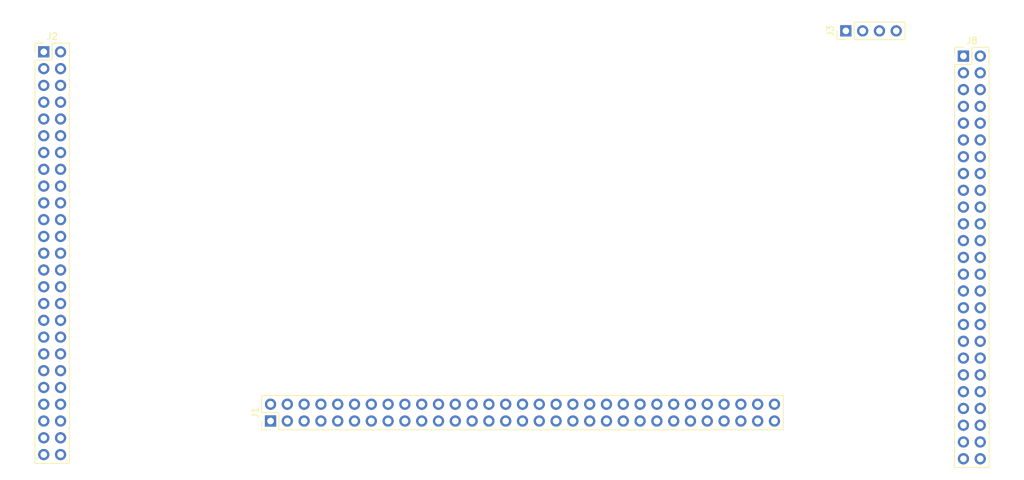
<source format=kicad_pcb>
(kicad_pcb (version 20171130) (host pcbnew 5.1.10-88a1d61d58~90~ubuntu20.04.1)

  (general
    (thickness 1.6)
    (drawings 0)
    (tracks 0)
    (zones 0)
    (modules 4)
    (nets 61)
  )

  (page A4)
  (layers
    (0 F.Cu signal)
    (31 B.Cu signal)
    (32 B.Adhes user)
    (33 F.Adhes user)
    (34 B.Paste user)
    (35 F.Paste user)
    (36 B.SilkS user)
    (37 F.SilkS user)
    (38 B.Mask user)
    (39 F.Mask user)
    (40 Dwgs.User user)
    (41 Cmts.User user)
    (42 Eco1.User user)
    (43 Eco2.User user)
    (44 Edge.Cuts user)
    (45 Margin user)
    (46 B.CrtYd user)
    (47 F.CrtYd user)
    (48 B.Fab user)
    (49 F.Fab user)
  )

  (setup
    (last_trace_width 0.25)
    (trace_clearance 0.2)
    (zone_clearance 0.508)
    (zone_45_only no)
    (trace_min 0.2)
    (via_size 0.8)
    (via_drill 0.4)
    (via_min_size 0.4)
    (via_min_drill 0.3)
    (uvia_size 0.3)
    (uvia_drill 0.1)
    (uvias_allowed no)
    (uvia_min_size 0.2)
    (uvia_min_drill 0.1)
    (edge_width 0.05)
    (segment_width 0.2)
    (pcb_text_width 0.3)
    (pcb_text_size 1.5 1.5)
    (mod_edge_width 0.12)
    (mod_text_size 1 1)
    (mod_text_width 0.15)
    (pad_size 1.524 1.524)
    (pad_drill 0.762)
    (pad_to_mask_clearance 0.051)
    (solder_mask_min_width 0.25)
    (aux_axis_origin 0 0)
    (visible_elements 7FFFFFFF)
    (pcbplotparams
      (layerselection 0x010fc_ffffffff)
      (usegerberextensions false)
      (usegerberattributes false)
      (usegerberadvancedattributes false)
      (creategerberjobfile false)
      (excludeedgelayer true)
      (linewidth 0.100000)
      (plotframeref false)
      (viasonmask false)
      (mode 1)
      (useauxorigin false)
      (hpglpennumber 1)
      (hpglpenspeed 20)
      (hpglpendiameter 15.000000)
      (psnegative false)
      (psa4output false)
      (plotreference true)
      (plotvalue true)
      (plotinvisibletext false)
      (padsonsilk false)
      (subtractmaskfromsilk false)
      (outputformat 1)
      (mirror false)
      (drillshape 1)
      (scaleselection 1)
      (outputdirectory ""))
  )

  (net 0 "")
  (net 1 "Net-(J1-Pad62)")
  (net 2 "Net-(J1-Pad61)")
  (net 3 "Net-(J1-Pad60)")
  (net 4 "Net-(J1-Pad59)")
  (net 5 "Net-(J1-Pad58)")
  (net 6 "Net-(J1-Pad57)")
  (net 7 "Net-(J1-Pad56)")
  (net 8 "Net-(J1-Pad55)")
  (net 9 "Net-(J1-Pad54)")
  (net 10 "Net-(J1-Pad53)")
  (net 11 "Net-(J1-Pad52)")
  (net 12 "Net-(J1-Pad51)")
  (net 13 "Net-(J1-Pad50)")
  (net 14 "Net-(J1-Pad49)")
  (net 15 "Net-(J1-Pad48)")
  (net 16 "Net-(J1-Pad47)")
  (net 17 "Net-(J1-Pad46)")
  (net 18 "Net-(J1-Pad45)")
  (net 19 "Net-(J1-Pad44)")
  (net 20 "Net-(J1-Pad43)")
  (net 21 "Net-(J1-Pad42)")
  (net 22 "Net-(J1-Pad41)")
  (net 23 "Net-(J1-Pad40)")
  (net 24 "Net-(J1-Pad39)")
  (net 25 "Net-(J1-Pad38)")
  (net 26 "Net-(J1-Pad37)")
  (net 27 "Net-(J1-Pad36)")
  (net 28 "Net-(J1-Pad35)")
  (net 29 "Net-(J1-Pad34)")
  (net 30 "Net-(J1-Pad33)")
  (net 31 "Net-(J1-Pad32)")
  (net 32 GND)
  (net 33 "Net-(J1-Pad30)")
  (net 34 +5V)
  (net 35 "Net-(J1-Pad28)")
  (net 36 "Net-(J1-Pad27)")
  (net 37 "Net-(J1-Pad26)")
  (net 38 "Net-(J1-Pad25)")
  (net 39 "Net-(J1-Pad24)")
  (net 40 "Net-(J1-Pad23)")
  (net 41 "Net-(J1-Pad22)")
  (net 42 "Net-(J1-Pad21)")
  (net 43 "Net-(J1-Pad20)")
  (net 44 "Net-(J1-Pad19)")
  (net 45 "Net-(J1-Pad18)")
  (net 46 "Net-(J1-Pad17)")
  (net 47 "Net-(J1-Pad16)")
  (net 48 "Net-(J1-Pad15)")
  (net 49 "Net-(J1-Pad14)")
  (net 50 "Net-(J1-Pad13)")
  (net 51 "Net-(J1-Pad12)")
  (net 52 "Net-(J1-Pad11)")
  (net 53 +12V)
  (net 54 "Net-(J1-Pad8)")
  (net 55 -12V)
  (net 56 "Net-(J1-Pad6)")
  (net 57 -5V)
  (net 58 "Net-(J1-Pad4)")
  (net 59 "Net-(J1-Pad2)")
  (net 60 "Net-(J2-Pad1)")

  (net_class Default "This is the default net class."
    (clearance 0.2)
    (trace_width 0.25)
    (via_dia 0.8)
    (via_drill 0.4)
    (uvia_dia 0.3)
    (uvia_drill 0.1)
    (add_net +12V)
    (add_net +5V)
    (add_net -12V)
    (add_net -5V)
    (add_net GND)
    (add_net "Net-(J1-Pad11)")
    (add_net "Net-(J1-Pad12)")
    (add_net "Net-(J1-Pad13)")
    (add_net "Net-(J1-Pad14)")
    (add_net "Net-(J1-Pad15)")
    (add_net "Net-(J1-Pad16)")
    (add_net "Net-(J1-Pad17)")
    (add_net "Net-(J1-Pad18)")
    (add_net "Net-(J1-Pad19)")
    (add_net "Net-(J1-Pad2)")
    (add_net "Net-(J1-Pad20)")
    (add_net "Net-(J1-Pad21)")
    (add_net "Net-(J1-Pad22)")
    (add_net "Net-(J1-Pad23)")
    (add_net "Net-(J1-Pad24)")
    (add_net "Net-(J1-Pad25)")
    (add_net "Net-(J1-Pad26)")
    (add_net "Net-(J1-Pad27)")
    (add_net "Net-(J1-Pad28)")
    (add_net "Net-(J1-Pad30)")
    (add_net "Net-(J1-Pad32)")
    (add_net "Net-(J1-Pad33)")
    (add_net "Net-(J1-Pad34)")
    (add_net "Net-(J1-Pad35)")
    (add_net "Net-(J1-Pad36)")
    (add_net "Net-(J1-Pad37)")
    (add_net "Net-(J1-Pad38)")
    (add_net "Net-(J1-Pad39)")
    (add_net "Net-(J1-Pad4)")
    (add_net "Net-(J1-Pad40)")
    (add_net "Net-(J1-Pad41)")
    (add_net "Net-(J1-Pad42)")
    (add_net "Net-(J1-Pad43)")
    (add_net "Net-(J1-Pad44)")
    (add_net "Net-(J1-Pad45)")
    (add_net "Net-(J1-Pad46)")
    (add_net "Net-(J1-Pad47)")
    (add_net "Net-(J1-Pad48)")
    (add_net "Net-(J1-Pad49)")
    (add_net "Net-(J1-Pad50)")
    (add_net "Net-(J1-Pad51)")
    (add_net "Net-(J1-Pad52)")
    (add_net "Net-(J1-Pad53)")
    (add_net "Net-(J1-Pad54)")
    (add_net "Net-(J1-Pad55)")
    (add_net "Net-(J1-Pad56)")
    (add_net "Net-(J1-Pad57)")
    (add_net "Net-(J1-Pad58)")
    (add_net "Net-(J1-Pad59)")
    (add_net "Net-(J1-Pad6)")
    (add_net "Net-(J1-Pad60)")
    (add_net "Net-(J1-Pad61)")
    (add_net "Net-(J1-Pad62)")
    (add_net "Net-(J1-Pad8)")
    (add_net "Net-(J2-Pad1)")
  )

  (module Connector_PinHeader_2.54mm:PinHeader_1x04_P2.54mm_Vertical (layer F.Cu) (tedit 59FED5CC) (tstamp 6120F1BD)
    (at 222.885 71.755 90)
    (descr "Through hole straight pin header, 1x04, 2.54mm pitch, single row")
    (tags "Through hole pin header THT 1x04 2.54mm single row")
    (path /61219C3F)
    (fp_text reference J3 (at 0 -2.33 90) (layer F.SilkS)
      (effects (font (size 1 1) (thickness 0.15)))
    )
    (fp_text value Conn_01x04 (at 0 9.95 90) (layer F.Fab)
      (effects (font (size 1 1) (thickness 0.15)))
    )
    (fp_line (start -0.635 -1.27) (end 1.27 -1.27) (layer F.Fab) (width 0.1))
    (fp_line (start 1.27 -1.27) (end 1.27 8.89) (layer F.Fab) (width 0.1))
    (fp_line (start 1.27 8.89) (end -1.27 8.89) (layer F.Fab) (width 0.1))
    (fp_line (start -1.27 8.89) (end -1.27 -0.635) (layer F.Fab) (width 0.1))
    (fp_line (start -1.27 -0.635) (end -0.635 -1.27) (layer F.Fab) (width 0.1))
    (fp_line (start -1.33 8.95) (end 1.33 8.95) (layer F.SilkS) (width 0.12))
    (fp_line (start -1.33 1.27) (end -1.33 8.95) (layer F.SilkS) (width 0.12))
    (fp_line (start 1.33 1.27) (end 1.33 8.95) (layer F.SilkS) (width 0.12))
    (fp_line (start -1.33 1.27) (end 1.33 1.27) (layer F.SilkS) (width 0.12))
    (fp_line (start -1.33 0) (end -1.33 -1.33) (layer F.SilkS) (width 0.12))
    (fp_line (start -1.33 -1.33) (end 0 -1.33) (layer F.SilkS) (width 0.12))
    (fp_line (start -1.8 -1.8) (end -1.8 9.4) (layer F.CrtYd) (width 0.05))
    (fp_line (start -1.8 9.4) (end 1.8 9.4) (layer F.CrtYd) (width 0.05))
    (fp_line (start 1.8 9.4) (end 1.8 -1.8) (layer F.CrtYd) (width 0.05))
    (fp_line (start 1.8 -1.8) (end -1.8 -1.8) (layer F.CrtYd) (width 0.05))
    (fp_text user %R (at 0 3.81) (layer F.Fab)
      (effects (font (size 1 1) (thickness 0.15)))
    )
    (pad 4 thru_hole oval (at 0 7.62 90) (size 1.7 1.7) (drill 1) (layers *.Cu *.Mask)
      (net 57 -5V))
    (pad 3 thru_hole oval (at 0 5.08 90) (size 1.7 1.7) (drill 1) (layers *.Cu *.Mask)
      (net 34 +5V))
    (pad 2 thru_hole oval (at 0 2.54 90) (size 1.7 1.7) (drill 1) (layers *.Cu *.Mask)
      (net 55 -12V))
    (pad 1 thru_hole rect (at 0 0 90) (size 1.7 1.7) (drill 1) (layers *.Cu *.Mask)
      (net 53 +12V))
    (model ${KISYS3DMOD}/Connector_PinHeader_2.54mm.3dshapes/PinHeader_1x04_P2.54mm_Vertical.wrl
      (at (xyz 0 0 0))
      (scale (xyz 1 1 1))
      (rotate (xyz 0 0 0))
    )
  )

  (module Connector_PinHeader_2.54mm:PinHeader_2x25_P2.54mm_Vertical (layer F.Cu) (tedit 59FED5CC) (tstamp 6120E936)
    (at 240.665 75.565)
    (descr "Through hole straight pin header, 2x25, 2.54mm pitch, double rows")
    (tags "Through hole pin header THT 2x25 2.54mm double row")
    (path /60FF706E)
    (fp_text reference J8 (at 1.27 -2.33) (layer F.SilkS)
      (effects (font (size 1 1) (thickness 0.15)))
    )
    (fp_text value Conn_2Rows-49Pins (at 1.27 63.29) (layer F.Fab)
      (effects (font (size 1 1) (thickness 0.15)))
    )
    (fp_line (start 0 -1.27) (end 3.81 -1.27) (layer F.Fab) (width 0.1))
    (fp_line (start 3.81 -1.27) (end 3.81 62.23) (layer F.Fab) (width 0.1))
    (fp_line (start 3.81 62.23) (end -1.27 62.23) (layer F.Fab) (width 0.1))
    (fp_line (start -1.27 62.23) (end -1.27 0) (layer F.Fab) (width 0.1))
    (fp_line (start -1.27 0) (end 0 -1.27) (layer F.Fab) (width 0.1))
    (fp_line (start -1.33 62.29) (end 3.87 62.29) (layer F.SilkS) (width 0.12))
    (fp_line (start -1.33 1.27) (end -1.33 62.29) (layer F.SilkS) (width 0.12))
    (fp_line (start 3.87 -1.33) (end 3.87 62.29) (layer F.SilkS) (width 0.12))
    (fp_line (start -1.33 1.27) (end 1.27 1.27) (layer F.SilkS) (width 0.12))
    (fp_line (start 1.27 1.27) (end 1.27 -1.33) (layer F.SilkS) (width 0.12))
    (fp_line (start 1.27 -1.33) (end 3.87 -1.33) (layer F.SilkS) (width 0.12))
    (fp_line (start -1.33 0) (end -1.33 -1.33) (layer F.SilkS) (width 0.12))
    (fp_line (start -1.33 -1.33) (end 0 -1.33) (layer F.SilkS) (width 0.12))
    (fp_line (start -1.8 -1.8) (end -1.8 62.75) (layer F.CrtYd) (width 0.05))
    (fp_line (start -1.8 62.75) (end 4.35 62.75) (layer F.CrtYd) (width 0.05))
    (fp_line (start 4.35 62.75) (end 4.35 -1.8) (layer F.CrtYd) (width 0.05))
    (fp_line (start 4.35 -1.8) (end -1.8 -1.8) (layer F.CrtYd) (width 0.05))
    (fp_text user %R (at 1.27 30.48 90) (layer F.Fab)
      (effects (font (size 1 1) (thickness 0.15)))
    )
    (pad 50 thru_hole oval (at 2.54 60.96) (size 1.7 1.7) (drill 1) (layers *.Cu *.Mask)
      (net 4 "Net-(J1-Pad59)"))
    (pad 49 thru_hole oval (at 0 60.96) (size 1.7 1.7) (drill 1) (layers *.Cu *.Mask)
      (net 3 "Net-(J1-Pad60)"))
    (pad 48 thru_hole oval (at 2.54 58.42) (size 1.7 1.7) (drill 1) (layers *.Cu *.Mask)
      (net 5 "Net-(J1-Pad58)"))
    (pad 47 thru_hole oval (at 0 58.42) (size 1.7 1.7) (drill 1) (layers *.Cu *.Mask)
      (net 32 GND))
    (pad 46 thru_hole oval (at 2.54 55.88) (size 1.7 1.7) (drill 1) (layers *.Cu *.Mask)
      (net 6 "Net-(J1-Pad57)"))
    (pad 45 thru_hole oval (at 0 55.88) (size 1.7 1.7) (drill 1) (layers *.Cu *.Mask)
      (net 2 "Net-(J1-Pad61)"))
    (pad 44 thru_hole oval (at 2.54 53.34) (size 1.7 1.7) (drill 1) (layers *.Cu *.Mask)
      (net 7 "Net-(J1-Pad56)"))
    (pad 43 thru_hole oval (at 0 53.34) (size 1.7 1.7) (drill 1) (layers *.Cu *.Mask)
      (net 32 GND))
    (pad 42 thru_hole oval (at 2.54 50.8) (size 1.7 1.7) (drill 1) (layers *.Cu *.Mask)
      (net 8 "Net-(J1-Pad55)"))
    (pad 41 thru_hole oval (at 0 50.8) (size 1.7 1.7) (drill 1) (layers *.Cu *.Mask)
      (net 1 "Net-(J1-Pad62)"))
    (pad 40 thru_hole oval (at 2.54 48.26) (size 1.7 1.7) (drill 1) (layers *.Cu *.Mask)
      (net 9 "Net-(J1-Pad54)"))
    (pad 39 thru_hole oval (at 0 48.26) (size 1.7 1.7) (drill 1) (layers *.Cu *.Mask)
      (net 32 GND))
    (pad 38 thru_hole oval (at 2.54 45.72) (size 1.7 1.7) (drill 1) (layers *.Cu *.Mask)
      (net 10 "Net-(J1-Pad53)"))
    (pad 37 thru_hole oval (at 0 45.72) (size 1.7 1.7) (drill 1) (layers *.Cu *.Mask)
      (net 32 GND))
    (pad 36 thru_hole oval (at 2.54 43.18) (size 1.7 1.7) (drill 1) (layers *.Cu *.Mask)
      (net 11 "Net-(J1-Pad52)"))
    (pad 35 thru_hole oval (at 0 43.18) (size 1.7 1.7) (drill 1) (layers *.Cu *.Mask)
      (net 32 GND))
    (pad 34 thru_hole oval (at 2.54 40.64) (size 1.7 1.7) (drill 1) (layers *.Cu *.Mask)
      (net 12 "Net-(J1-Pad51)"))
    (pad 33 thru_hole oval (at 0 40.64) (size 1.7 1.7) (drill 1) (layers *.Cu *.Mask)
      (net 32 GND))
    (pad 32 thru_hole oval (at 2.54 38.1) (size 1.7 1.7) (drill 1) (layers *.Cu *.Mask)
      (net 13 "Net-(J1-Pad50)"))
    (pad 31 thru_hole oval (at 0 38.1) (size 1.7 1.7) (drill 1) (layers *.Cu *.Mask)
      (net 32 GND))
    (pad 30 thru_hole oval (at 2.54 35.56) (size 1.7 1.7) (drill 1) (layers *.Cu *.Mask)
      (net 14 "Net-(J1-Pad49)"))
    (pad 29 thru_hole oval (at 0 35.56) (size 1.7 1.7) (drill 1) (layers *.Cu *.Mask)
      (net 32 GND))
    (pad 28 thru_hole oval (at 2.54 33.02) (size 1.7 1.7) (drill 1) (layers *.Cu *.Mask)
      (net 15 "Net-(J1-Pad48)"))
    (pad 27 thru_hole oval (at 0 33.02) (size 1.7 1.7) (drill 1) (layers *.Cu *.Mask)
      (net 32 GND))
    (pad 26 thru_hole oval (at 2.54 30.48) (size 1.7 1.7) (drill 1) (layers *.Cu *.Mask)
      (net 16 "Net-(J1-Pad47)"))
    (pad 25 thru_hole oval (at 0 30.48) (size 1.7 1.7) (drill 1) (layers *.Cu *.Mask)
      (net 32 GND))
    (pad 24 thru_hole oval (at 2.54 27.94) (size 1.7 1.7) (drill 1) (layers *.Cu *.Mask)
      (net 17 "Net-(J1-Pad46)"))
    (pad 23 thru_hole oval (at 0 27.94) (size 1.7 1.7) (drill 1) (layers *.Cu *.Mask)
      (net 32 GND))
    (pad 22 thru_hole oval (at 2.54 25.4) (size 1.7 1.7) (drill 1) (layers *.Cu *.Mask)
      (net 18 "Net-(J1-Pad45)"))
    (pad 21 thru_hole oval (at 0 25.4) (size 1.7 1.7) (drill 1) (layers *.Cu *.Mask)
      (net 32 GND))
    (pad 20 thru_hole oval (at 2.54 22.86) (size 1.7 1.7) (drill 1) (layers *.Cu *.Mask)
      (net 19 "Net-(J1-Pad44)"))
    (pad 19 thru_hole oval (at 0 22.86) (size 1.7 1.7) (drill 1) (layers *.Cu *.Mask)
      (net 32 GND))
    (pad 18 thru_hole oval (at 2.54 20.32) (size 1.7 1.7) (drill 1) (layers *.Cu *.Mask)
      (net 20 "Net-(J1-Pad43)"))
    (pad 17 thru_hole oval (at 0 20.32) (size 1.7 1.7) (drill 1) (layers *.Cu *.Mask)
      (net 32 GND))
    (pad 16 thru_hole oval (at 2.54 17.78) (size 1.7 1.7) (drill 1) (layers *.Cu *.Mask)
      (net 23 "Net-(J1-Pad40)"))
    (pad 15 thru_hole oval (at 0 17.78) (size 1.7 1.7) (drill 1) (layers *.Cu *.Mask)
      (net 32 GND))
    (pad 14 thru_hole oval (at 2.54 15.24) (size 1.7 1.7) (drill 1) (layers *.Cu *.Mask)
      (net 24 "Net-(J1-Pad39)"))
    (pad 13 thru_hole oval (at 0 15.24) (size 1.7 1.7) (drill 1) (layers *.Cu *.Mask)
      (net 32 GND))
    (pad 12 thru_hole oval (at 2.54 12.7) (size 1.7 1.7) (drill 1) (layers *.Cu *.Mask)
      (net 25 "Net-(J1-Pad38)"))
    (pad 11 thru_hole oval (at 0 12.7) (size 1.7 1.7) (drill 1) (layers *.Cu *.Mask)
      (net 32 GND))
    (pad 10 thru_hole oval (at 2.54 10.16) (size 1.7 1.7) (drill 1) (layers *.Cu *.Mask)
      (net 26 "Net-(J1-Pad37)"))
    (pad 9 thru_hole oval (at 0 10.16) (size 1.7 1.7) (drill 1) (layers *.Cu *.Mask)
      (net 32 GND))
    (pad 8 thru_hole oval (at 2.54 7.62) (size 1.7 1.7) (drill 1) (layers *.Cu *.Mask)
      (net 27 "Net-(J1-Pad36)"))
    (pad 7 thru_hole oval (at 0 7.62) (size 1.7 1.7) (drill 1) (layers *.Cu *.Mask)
      (net 32 GND))
    (pad 6 thru_hole oval (at 2.54 5.08) (size 1.7 1.7) (drill 1) (layers *.Cu *.Mask)
      (net 28 "Net-(J1-Pad35)"))
    (pad 5 thru_hole oval (at 0 5.08) (size 1.7 1.7) (drill 1) (layers *.Cu *.Mask)
      (net 32 GND))
    (pad 4 thru_hole oval (at 2.54 2.54) (size 1.7 1.7) (drill 1) (layers *.Cu *.Mask)
      (net 29 "Net-(J1-Pad34)"))
    (pad 3 thru_hole oval (at 0 2.54) (size 1.7 1.7) (drill 1) (layers *.Cu *.Mask)
      (net 32 GND))
    (pad 2 thru_hole oval (at 2.54 0) (size 1.7 1.7) (drill 1) (layers *.Cu *.Mask)
      (net 30 "Net-(J1-Pad33)"))
    (pad 1 thru_hole rect (at 0 0) (size 1.7 1.7) (drill 1) (layers *.Cu *.Mask)
      (net 32 GND))
    (model ${KISYS3DMOD}/Connector_PinHeader_2.54mm.3dshapes/PinHeader_2x25_P2.54mm_Vertical.wrl
      (at (xyz 0 0 0))
      (scale (xyz 1 1 1))
      (rotate (xyz 0 0 0))
    )
  )

  (module Connector_PinHeader_2.54mm:PinHeader_2x25_P2.54mm_Vertical (layer F.Cu) (tedit 59FED5CC) (tstamp 6120E8EE)
    (at 101.6 74.93)
    (descr "Through hole straight pin header, 2x25, 2.54mm pitch, double rows")
    (tags "Through hole pin header THT 2x25 2.54mm double row")
    (path /60FA28D8)
    (fp_text reference J2 (at 1.27 -2.33) (layer F.SilkS)
      (effects (font (size 1 1) (thickness 0.15)))
    )
    (fp_text value Conn_2Rows-49Pins (at 1.27 63.29) (layer F.Fab)
      (effects (font (size 1 1) (thickness 0.15)))
    )
    (fp_line (start 0 -1.27) (end 3.81 -1.27) (layer F.Fab) (width 0.1))
    (fp_line (start 3.81 -1.27) (end 3.81 62.23) (layer F.Fab) (width 0.1))
    (fp_line (start 3.81 62.23) (end -1.27 62.23) (layer F.Fab) (width 0.1))
    (fp_line (start -1.27 62.23) (end -1.27 0) (layer F.Fab) (width 0.1))
    (fp_line (start -1.27 0) (end 0 -1.27) (layer F.Fab) (width 0.1))
    (fp_line (start -1.33 62.29) (end 3.87 62.29) (layer F.SilkS) (width 0.12))
    (fp_line (start -1.33 1.27) (end -1.33 62.29) (layer F.SilkS) (width 0.12))
    (fp_line (start 3.87 -1.33) (end 3.87 62.29) (layer F.SilkS) (width 0.12))
    (fp_line (start -1.33 1.27) (end 1.27 1.27) (layer F.SilkS) (width 0.12))
    (fp_line (start 1.27 1.27) (end 1.27 -1.33) (layer F.SilkS) (width 0.12))
    (fp_line (start 1.27 -1.33) (end 3.87 -1.33) (layer F.SilkS) (width 0.12))
    (fp_line (start -1.33 0) (end -1.33 -1.33) (layer F.SilkS) (width 0.12))
    (fp_line (start -1.33 -1.33) (end 0 -1.33) (layer F.SilkS) (width 0.12))
    (fp_line (start -1.8 -1.8) (end -1.8 62.75) (layer F.CrtYd) (width 0.05))
    (fp_line (start -1.8 62.75) (end 4.35 62.75) (layer F.CrtYd) (width 0.05))
    (fp_line (start 4.35 62.75) (end 4.35 -1.8) (layer F.CrtYd) (width 0.05))
    (fp_line (start 4.35 -1.8) (end -1.8 -1.8) (layer F.CrtYd) (width 0.05))
    (fp_text user %R (at 1.27 30.48 90) (layer F.Fab)
      (effects (font (size 1 1) (thickness 0.15)))
    )
    (pad 50 thru_hole oval (at 2.54 60.96) (size 1.7 1.7) (drill 1) (layers *.Cu *.Mask)
      (net 32 GND))
    (pad 49 thru_hole oval (at 0 60.96) (size 1.7 1.7) (drill 1) (layers *.Cu *.Mask)
      (net 33 "Net-(J1-Pad30)"))
    (pad 48 thru_hole oval (at 2.54 58.42) (size 1.7 1.7) (drill 1) (layers *.Cu *.Mask)
      (net 32 GND))
    (pad 47 thru_hole oval (at 0 58.42) (size 1.7 1.7) (drill 1) (layers *.Cu *.Mask)
      (net 35 "Net-(J1-Pad28)"))
    (pad 46 thru_hole oval (at 2.54 55.88) (size 1.7 1.7) (drill 1) (layers *.Cu *.Mask)
      (net 32 GND))
    (pad 45 thru_hole oval (at 0 55.88) (size 1.7 1.7) (drill 1) (layers *.Cu *.Mask)
      (net 36 "Net-(J1-Pad27)"))
    (pad 44 thru_hole oval (at 2.54 53.34) (size 1.7 1.7) (drill 1) (layers *.Cu *.Mask)
      (net 32 GND))
    (pad 43 thru_hole oval (at 0 53.34) (size 1.7 1.7) (drill 1) (layers *.Cu *.Mask)
      (net 37 "Net-(J1-Pad26)"))
    (pad 42 thru_hole oval (at 2.54 50.8) (size 1.7 1.7) (drill 1) (layers *.Cu *.Mask)
      (net 32 GND))
    (pad 41 thru_hole oval (at 0 50.8) (size 1.7 1.7) (drill 1) (layers *.Cu *.Mask)
      (net 38 "Net-(J1-Pad25)"))
    (pad 40 thru_hole oval (at 2.54 48.26) (size 1.7 1.7) (drill 1) (layers *.Cu *.Mask)
      (net 32 GND))
    (pad 39 thru_hole oval (at 0 48.26) (size 1.7 1.7) (drill 1) (layers *.Cu *.Mask)
      (net 39 "Net-(J1-Pad24)"))
    (pad 38 thru_hole oval (at 2.54 45.72) (size 1.7 1.7) (drill 1) (layers *.Cu *.Mask)
      (net 32 GND))
    (pad 37 thru_hole oval (at 0 45.72) (size 1.7 1.7) (drill 1) (layers *.Cu *.Mask)
      (net 40 "Net-(J1-Pad23)"))
    (pad 36 thru_hole oval (at 2.54 43.18) (size 1.7 1.7) (drill 1) (layers *.Cu *.Mask)
      (net 32 GND))
    (pad 35 thru_hole oval (at 0 43.18) (size 1.7 1.7) (drill 1) (layers *.Cu *.Mask)
      (net 41 "Net-(J1-Pad22)"))
    (pad 34 thru_hole oval (at 2.54 40.64) (size 1.7 1.7) (drill 1) (layers *.Cu *.Mask)
      (net 32 GND))
    (pad 33 thru_hole oval (at 0 40.64) (size 1.7 1.7) (drill 1) (layers *.Cu *.Mask)
      (net 42 "Net-(J1-Pad21)"))
    (pad 32 thru_hole oval (at 2.54 38.1) (size 1.7 1.7) (drill 1) (layers *.Cu *.Mask)
      (net 32 GND))
    (pad 31 thru_hole oval (at 0 38.1) (size 1.7 1.7) (drill 1) (layers *.Cu *.Mask)
      (net 43 "Net-(J1-Pad20)"))
    (pad 30 thru_hole oval (at 2.54 35.56) (size 1.7 1.7) (drill 1) (layers *.Cu *.Mask)
      (net 32 GND))
    (pad 29 thru_hole oval (at 0 35.56) (size 1.7 1.7) (drill 1) (layers *.Cu *.Mask)
      (net 44 "Net-(J1-Pad19)"))
    (pad 28 thru_hole oval (at 2.54 33.02) (size 1.7 1.7) (drill 1) (layers *.Cu *.Mask)
      (net 32 GND))
    (pad 27 thru_hole oval (at 0 33.02) (size 1.7 1.7) (drill 1) (layers *.Cu *.Mask)
      (net 45 "Net-(J1-Pad18)"))
    (pad 26 thru_hole oval (at 2.54 30.48) (size 1.7 1.7) (drill 1) (layers *.Cu *.Mask)
      (net 32 GND))
    (pad 25 thru_hole oval (at 0 30.48) (size 1.7 1.7) (drill 1) (layers *.Cu *.Mask)
      (net 46 "Net-(J1-Pad17)"))
    (pad 24 thru_hole oval (at 2.54 27.94) (size 1.7 1.7) (drill 1) (layers *.Cu *.Mask)
      (net 32 GND))
    (pad 23 thru_hole oval (at 0 27.94) (size 1.7 1.7) (drill 1) (layers *.Cu *.Mask)
      (net 47 "Net-(J1-Pad16)"))
    (pad 22 thru_hole oval (at 2.54 25.4) (size 1.7 1.7) (drill 1) (layers *.Cu *.Mask)
      (net 32 GND))
    (pad 21 thru_hole oval (at 0 25.4) (size 1.7 1.7) (drill 1) (layers *.Cu *.Mask)
      (net 48 "Net-(J1-Pad15)"))
    (pad 20 thru_hole oval (at 2.54 22.86) (size 1.7 1.7) (drill 1) (layers *.Cu *.Mask)
      (net 32 GND))
    (pad 19 thru_hole oval (at 0 22.86) (size 1.7 1.7) (drill 1) (layers *.Cu *.Mask)
      (net 49 "Net-(J1-Pad14)"))
    (pad 18 thru_hole oval (at 2.54 20.32) (size 1.7 1.7) (drill 1) (layers *.Cu *.Mask)
      (net 32 GND))
    (pad 17 thru_hole oval (at 0 20.32) (size 1.7 1.7) (drill 1) (layers *.Cu *.Mask)
      (net 50 "Net-(J1-Pad13)"))
    (pad 16 thru_hole oval (at 2.54 17.78) (size 1.7 1.7) (drill 1) (layers *.Cu *.Mask)
      (net 32 GND))
    (pad 15 thru_hole oval (at 0 17.78) (size 1.7 1.7) (drill 1) (layers *.Cu *.Mask)
      (net 51 "Net-(J1-Pad12)"))
    (pad 14 thru_hole oval (at 2.54 15.24) (size 1.7 1.7) (drill 1) (layers *.Cu *.Mask)
      (net 32 GND))
    (pad 13 thru_hole oval (at 0 15.24) (size 1.7 1.7) (drill 1) (layers *.Cu *.Mask)
      (net 52 "Net-(J1-Pad11)"))
    (pad 12 thru_hole oval (at 2.54 12.7) (size 1.7 1.7) (drill 1) (layers *.Cu *.Mask)
      (net 32 GND))
    (pad 11 thru_hole oval (at 0 12.7) (size 1.7 1.7) (drill 1) (layers *.Cu *.Mask)
      (net 21 "Net-(J1-Pad42)"))
    (pad 10 thru_hole oval (at 2.54 10.16) (size 1.7 1.7) (drill 1) (layers *.Cu *.Mask)
      (net 32 GND))
    (pad 9 thru_hole oval (at 0 10.16) (size 1.7 1.7) (drill 1) (layers *.Cu *.Mask)
      (net 22 "Net-(J1-Pad41)"))
    (pad 8 thru_hole oval (at 2.54 7.62) (size 1.7 1.7) (drill 1) (layers *.Cu *.Mask)
      (net 32 GND))
    (pad 7 thru_hole oval (at 0 7.62) (size 1.7 1.7) (drill 1) (layers *.Cu *.Mask)
      (net 56 "Net-(J1-Pad6)"))
    (pad 6 thru_hole oval (at 2.54 5.08) (size 1.7 1.7) (drill 1) (layers *.Cu *.Mask)
      (net 32 GND))
    (pad 5 thru_hole oval (at 0 5.08) (size 1.7 1.7) (drill 1) (layers *.Cu *.Mask)
      (net 58 "Net-(J1-Pad4)"))
    (pad 4 thru_hole oval (at 2.54 2.54) (size 1.7 1.7) (drill 1) (layers *.Cu *.Mask)
      (net 32 GND))
    (pad 3 thru_hole oval (at 0 2.54) (size 1.7 1.7) (drill 1) (layers *.Cu *.Mask)
      (net 59 "Net-(J1-Pad2)"))
    (pad 2 thru_hole oval (at 2.54 0) (size 1.7 1.7) (drill 1) (layers *.Cu *.Mask)
      (net 32 GND))
    (pad 1 thru_hole rect (at 0 0) (size 1.7 1.7) (drill 1) (layers *.Cu *.Mask)
      (net 60 "Net-(J2-Pad1)"))
    (model ${KISYS3DMOD}/Connector_PinHeader_2.54mm.3dshapes/PinHeader_2x25_P2.54mm_Vertical.wrl
      (at (xyz 0 0 0))
      (scale (xyz 1 1 1))
      (rotate (xyz 0 0 0))
    )
  )

  (module Connector_PinHeader_2.54mm:PinHeader_2x31_P2.54mm_Vertical (layer F.Cu) (tedit 59FED5CC) (tstamp 6120E8A6)
    (at 135.89 130.81 90)
    (descr "Through hole straight pin header, 2x31, 2.54mm pitch, double rows")
    (tags "Through hole pin header THT 2x31 2.54mm double row")
    (path /60F9F3FA)
    (fp_text reference J1 (at 1.27 -2.33 90) (layer F.SilkS)
      (effects (font (size 1 1) (thickness 0.15)))
    )
    (fp_text value "ISA_8bit Slot" (at 1.27 78.53 90) (layer F.Fab)
      (effects (font (size 1 1) (thickness 0.15)))
    )
    (fp_line (start 0 -1.27) (end 3.81 -1.27) (layer F.Fab) (width 0.1))
    (fp_line (start 3.81 -1.27) (end 3.81 77.47) (layer F.Fab) (width 0.1))
    (fp_line (start 3.81 77.47) (end -1.27 77.47) (layer F.Fab) (width 0.1))
    (fp_line (start -1.27 77.47) (end -1.27 0) (layer F.Fab) (width 0.1))
    (fp_line (start -1.27 0) (end 0 -1.27) (layer F.Fab) (width 0.1))
    (fp_line (start -1.33 77.53) (end 3.87 77.53) (layer F.SilkS) (width 0.12))
    (fp_line (start -1.33 1.27) (end -1.33 77.53) (layer F.SilkS) (width 0.12))
    (fp_line (start 3.87 -1.33) (end 3.87 77.53) (layer F.SilkS) (width 0.12))
    (fp_line (start -1.33 1.27) (end 1.27 1.27) (layer F.SilkS) (width 0.12))
    (fp_line (start 1.27 1.27) (end 1.27 -1.33) (layer F.SilkS) (width 0.12))
    (fp_line (start 1.27 -1.33) (end 3.87 -1.33) (layer F.SilkS) (width 0.12))
    (fp_line (start -1.33 0) (end -1.33 -1.33) (layer F.SilkS) (width 0.12))
    (fp_line (start -1.33 -1.33) (end 0 -1.33) (layer F.SilkS) (width 0.12))
    (fp_line (start -1.8 -1.8) (end -1.8 78) (layer F.CrtYd) (width 0.05))
    (fp_line (start -1.8 78) (end 4.35 78) (layer F.CrtYd) (width 0.05))
    (fp_line (start 4.35 78) (end 4.35 -1.8) (layer F.CrtYd) (width 0.05))
    (fp_line (start 4.35 -1.8) (end -1.8 -1.8) (layer F.CrtYd) (width 0.05))
    (fp_text user %R (at 1.27 38.1) (layer F.Fab)
      (effects (font (size 1 1) (thickness 0.15)))
    )
    (pad 62 thru_hole oval (at 2.54 76.2 90) (size 1.7 1.7) (drill 1) (layers *.Cu *.Mask)
      (net 1 "Net-(J1-Pad62)"))
    (pad 61 thru_hole oval (at 0 76.2 90) (size 1.7 1.7) (drill 1) (layers *.Cu *.Mask)
      (net 2 "Net-(J1-Pad61)"))
    (pad 60 thru_hole oval (at 2.54 73.66 90) (size 1.7 1.7) (drill 1) (layers *.Cu *.Mask)
      (net 3 "Net-(J1-Pad60)"))
    (pad 59 thru_hole oval (at 0 73.66 90) (size 1.7 1.7) (drill 1) (layers *.Cu *.Mask)
      (net 4 "Net-(J1-Pad59)"))
    (pad 58 thru_hole oval (at 2.54 71.12 90) (size 1.7 1.7) (drill 1) (layers *.Cu *.Mask)
      (net 5 "Net-(J1-Pad58)"))
    (pad 57 thru_hole oval (at 0 71.12 90) (size 1.7 1.7) (drill 1) (layers *.Cu *.Mask)
      (net 6 "Net-(J1-Pad57)"))
    (pad 56 thru_hole oval (at 2.54 68.58 90) (size 1.7 1.7) (drill 1) (layers *.Cu *.Mask)
      (net 7 "Net-(J1-Pad56)"))
    (pad 55 thru_hole oval (at 0 68.58 90) (size 1.7 1.7) (drill 1) (layers *.Cu *.Mask)
      (net 8 "Net-(J1-Pad55)"))
    (pad 54 thru_hole oval (at 2.54 66.04 90) (size 1.7 1.7) (drill 1) (layers *.Cu *.Mask)
      (net 9 "Net-(J1-Pad54)"))
    (pad 53 thru_hole oval (at 0 66.04 90) (size 1.7 1.7) (drill 1) (layers *.Cu *.Mask)
      (net 10 "Net-(J1-Pad53)"))
    (pad 52 thru_hole oval (at 2.54 63.5 90) (size 1.7 1.7) (drill 1) (layers *.Cu *.Mask)
      (net 11 "Net-(J1-Pad52)"))
    (pad 51 thru_hole oval (at 0 63.5 90) (size 1.7 1.7) (drill 1) (layers *.Cu *.Mask)
      (net 12 "Net-(J1-Pad51)"))
    (pad 50 thru_hole oval (at 2.54 60.96 90) (size 1.7 1.7) (drill 1) (layers *.Cu *.Mask)
      (net 13 "Net-(J1-Pad50)"))
    (pad 49 thru_hole oval (at 0 60.96 90) (size 1.7 1.7) (drill 1) (layers *.Cu *.Mask)
      (net 14 "Net-(J1-Pad49)"))
    (pad 48 thru_hole oval (at 2.54 58.42 90) (size 1.7 1.7) (drill 1) (layers *.Cu *.Mask)
      (net 15 "Net-(J1-Pad48)"))
    (pad 47 thru_hole oval (at 0 58.42 90) (size 1.7 1.7) (drill 1) (layers *.Cu *.Mask)
      (net 16 "Net-(J1-Pad47)"))
    (pad 46 thru_hole oval (at 2.54 55.88 90) (size 1.7 1.7) (drill 1) (layers *.Cu *.Mask)
      (net 17 "Net-(J1-Pad46)"))
    (pad 45 thru_hole oval (at 0 55.88 90) (size 1.7 1.7) (drill 1) (layers *.Cu *.Mask)
      (net 18 "Net-(J1-Pad45)"))
    (pad 44 thru_hole oval (at 2.54 53.34 90) (size 1.7 1.7) (drill 1) (layers *.Cu *.Mask)
      (net 19 "Net-(J1-Pad44)"))
    (pad 43 thru_hole oval (at 0 53.34 90) (size 1.7 1.7) (drill 1) (layers *.Cu *.Mask)
      (net 20 "Net-(J1-Pad43)"))
    (pad 42 thru_hole oval (at 2.54 50.8 90) (size 1.7 1.7) (drill 1) (layers *.Cu *.Mask)
      (net 21 "Net-(J1-Pad42)"))
    (pad 41 thru_hole oval (at 0 50.8 90) (size 1.7 1.7) (drill 1) (layers *.Cu *.Mask)
      (net 22 "Net-(J1-Pad41)"))
    (pad 40 thru_hole oval (at 2.54 48.26 90) (size 1.7 1.7) (drill 1) (layers *.Cu *.Mask)
      (net 23 "Net-(J1-Pad40)"))
    (pad 39 thru_hole oval (at 0 48.26 90) (size 1.7 1.7) (drill 1) (layers *.Cu *.Mask)
      (net 24 "Net-(J1-Pad39)"))
    (pad 38 thru_hole oval (at 2.54 45.72 90) (size 1.7 1.7) (drill 1) (layers *.Cu *.Mask)
      (net 25 "Net-(J1-Pad38)"))
    (pad 37 thru_hole oval (at 0 45.72 90) (size 1.7 1.7) (drill 1) (layers *.Cu *.Mask)
      (net 26 "Net-(J1-Pad37)"))
    (pad 36 thru_hole oval (at 2.54 43.18 90) (size 1.7 1.7) (drill 1) (layers *.Cu *.Mask)
      (net 27 "Net-(J1-Pad36)"))
    (pad 35 thru_hole oval (at 0 43.18 90) (size 1.7 1.7) (drill 1) (layers *.Cu *.Mask)
      (net 28 "Net-(J1-Pad35)"))
    (pad 34 thru_hole oval (at 2.54 40.64 90) (size 1.7 1.7) (drill 1) (layers *.Cu *.Mask)
      (net 29 "Net-(J1-Pad34)"))
    (pad 33 thru_hole oval (at 0 40.64 90) (size 1.7 1.7) (drill 1) (layers *.Cu *.Mask)
      (net 30 "Net-(J1-Pad33)"))
    (pad 32 thru_hole oval (at 2.54 38.1 90) (size 1.7 1.7) (drill 1) (layers *.Cu *.Mask)
      (net 31 "Net-(J1-Pad32)"))
    (pad 31 thru_hole oval (at 0 38.1 90) (size 1.7 1.7) (drill 1) (layers *.Cu *.Mask)
      (net 32 GND))
    (pad 30 thru_hole oval (at 2.54 35.56 90) (size 1.7 1.7) (drill 1) (layers *.Cu *.Mask)
      (net 33 "Net-(J1-Pad30)"))
    (pad 29 thru_hole oval (at 0 35.56 90) (size 1.7 1.7) (drill 1) (layers *.Cu *.Mask)
      (net 34 +5V))
    (pad 28 thru_hole oval (at 2.54 33.02 90) (size 1.7 1.7) (drill 1) (layers *.Cu *.Mask)
      (net 35 "Net-(J1-Pad28)"))
    (pad 27 thru_hole oval (at 0 33.02 90) (size 1.7 1.7) (drill 1) (layers *.Cu *.Mask)
      (net 36 "Net-(J1-Pad27)"))
    (pad 26 thru_hole oval (at 2.54 30.48 90) (size 1.7 1.7) (drill 1) (layers *.Cu *.Mask)
      (net 37 "Net-(J1-Pad26)"))
    (pad 25 thru_hole oval (at 0 30.48 90) (size 1.7 1.7) (drill 1) (layers *.Cu *.Mask)
      (net 38 "Net-(J1-Pad25)"))
    (pad 24 thru_hole oval (at 2.54 27.94 90) (size 1.7 1.7) (drill 1) (layers *.Cu *.Mask)
      (net 39 "Net-(J1-Pad24)"))
    (pad 23 thru_hole oval (at 0 27.94 90) (size 1.7 1.7) (drill 1) (layers *.Cu *.Mask)
      (net 40 "Net-(J1-Pad23)"))
    (pad 22 thru_hole oval (at 2.54 25.4 90) (size 1.7 1.7) (drill 1) (layers *.Cu *.Mask)
      (net 41 "Net-(J1-Pad22)"))
    (pad 21 thru_hole oval (at 0 25.4 90) (size 1.7 1.7) (drill 1) (layers *.Cu *.Mask)
      (net 42 "Net-(J1-Pad21)"))
    (pad 20 thru_hole oval (at 2.54 22.86 90) (size 1.7 1.7) (drill 1) (layers *.Cu *.Mask)
      (net 43 "Net-(J1-Pad20)"))
    (pad 19 thru_hole oval (at 0 22.86 90) (size 1.7 1.7) (drill 1) (layers *.Cu *.Mask)
      (net 44 "Net-(J1-Pad19)"))
    (pad 18 thru_hole oval (at 2.54 20.32 90) (size 1.7 1.7) (drill 1) (layers *.Cu *.Mask)
      (net 45 "Net-(J1-Pad18)"))
    (pad 17 thru_hole oval (at 0 20.32 90) (size 1.7 1.7) (drill 1) (layers *.Cu *.Mask)
      (net 46 "Net-(J1-Pad17)"))
    (pad 16 thru_hole oval (at 2.54 17.78 90) (size 1.7 1.7) (drill 1) (layers *.Cu *.Mask)
      (net 47 "Net-(J1-Pad16)"))
    (pad 15 thru_hole oval (at 0 17.78 90) (size 1.7 1.7) (drill 1) (layers *.Cu *.Mask)
      (net 48 "Net-(J1-Pad15)"))
    (pad 14 thru_hole oval (at 2.54 15.24 90) (size 1.7 1.7) (drill 1) (layers *.Cu *.Mask)
      (net 49 "Net-(J1-Pad14)"))
    (pad 13 thru_hole oval (at 0 15.24 90) (size 1.7 1.7) (drill 1) (layers *.Cu *.Mask)
      (net 50 "Net-(J1-Pad13)"))
    (pad 12 thru_hole oval (at 2.54 12.7 90) (size 1.7 1.7) (drill 1) (layers *.Cu *.Mask)
      (net 51 "Net-(J1-Pad12)"))
    (pad 11 thru_hole oval (at 0 12.7 90) (size 1.7 1.7) (drill 1) (layers *.Cu *.Mask)
      (net 52 "Net-(J1-Pad11)"))
    (pad 10 thru_hole oval (at 2.54 10.16 90) (size 1.7 1.7) (drill 1) (layers *.Cu *.Mask)
      (net 32 GND))
    (pad 9 thru_hole oval (at 0 10.16 90) (size 1.7 1.7) (drill 1) (layers *.Cu *.Mask)
      (net 53 +12V))
    (pad 8 thru_hole oval (at 2.54 7.62 90) (size 1.7 1.7) (drill 1) (layers *.Cu *.Mask)
      (net 54 "Net-(J1-Pad8)"))
    (pad 7 thru_hole oval (at 0 7.62 90) (size 1.7 1.7) (drill 1) (layers *.Cu *.Mask)
      (net 55 -12V))
    (pad 6 thru_hole oval (at 2.54 5.08 90) (size 1.7 1.7) (drill 1) (layers *.Cu *.Mask)
      (net 56 "Net-(J1-Pad6)"))
    (pad 5 thru_hole oval (at 0 5.08 90) (size 1.7 1.7) (drill 1) (layers *.Cu *.Mask)
      (net 57 -5V))
    (pad 4 thru_hole oval (at 2.54 2.54 90) (size 1.7 1.7) (drill 1) (layers *.Cu *.Mask)
      (net 58 "Net-(J1-Pad4)"))
    (pad 3 thru_hole oval (at 0 2.54 90) (size 1.7 1.7) (drill 1) (layers *.Cu *.Mask)
      (net 34 +5V))
    (pad 2 thru_hole oval (at 2.54 0 90) (size 1.7 1.7) (drill 1) (layers *.Cu *.Mask)
      (net 59 "Net-(J1-Pad2)"))
    (pad 1 thru_hole rect (at 0 0 90) (size 1.7 1.7) (drill 1) (layers *.Cu *.Mask)
      (net 32 GND))
    (model ${KISYS3DMOD}/Connector_PinHeader_2.54mm.3dshapes/PinHeader_2x31_P2.54mm_Vertical.wrl
      (at (xyz 0 0 0))
      (scale (xyz 1 1 1))
      (rotate (xyz 0 0 0))
    )
  )

)

</source>
